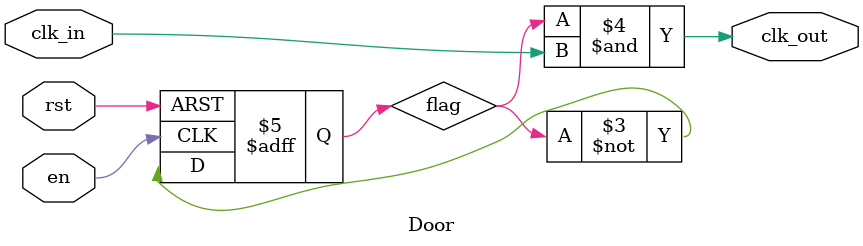
<source format=v>
module Door(en,rst,clk_in,clk_out);

input clk_in;
input en;
input rst;
output clk_out;

reg flag;

always @(negedge en,negedge rst)begin
	if(!rst)
		flag <= 1;
	else
		flag <= ~ flag;
end

assign clk_out = flag & clk_in;
  
endmodule
</source>
